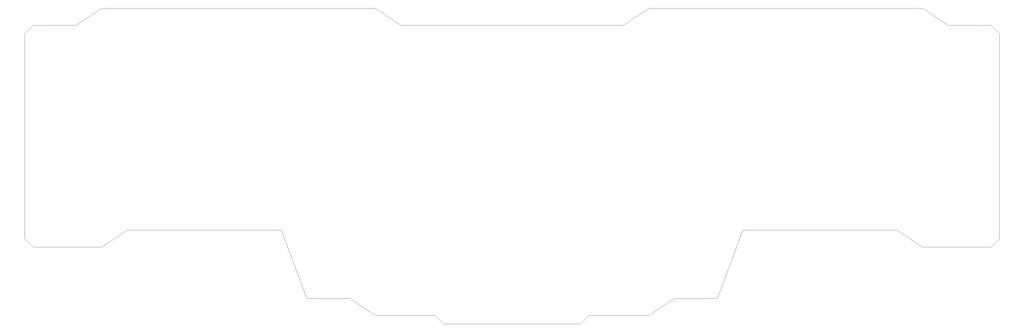
<source format=gm1>
G04 #@! TF.GenerationSoftware,KiCad,Pcbnew,8.0.4*
G04 #@! TF.CreationDate,2024-09-08T18:56:27+09:00*
G04 #@! TF.ProjectId,first_keyboard,66697273-745f-46b6-9579-626f6172642e,rev?*
G04 #@! TF.SameCoordinates,Original*
G04 #@! TF.FileFunction,Profile,NP*
%FSLAX46Y46*%
G04 Gerber Fmt 4.6, Leading zero omitted, Abs format (unit mm)*
G04 Created by KiCad (PCBNEW 8.0.4) date 2024-09-08 18:56:27*
%MOMM*%
%LPD*%
G01*
G04 APERTURE LIST*
G04 #@! TA.AperFunction,Profile*
%ADD10C,0.100000*%
G04 #@! TD*
G04 APERTURE END LIST*
D10*
X323850000Y-116681250D02*
X335756250Y-116681250D01*
X69056250Y-178593750D02*
X88106250Y-178593750D01*
X247650000Y-192881250D02*
X259556250Y-192881250D01*
X221456250Y-200025000D02*
X223837500Y-197643750D01*
X80962500Y-116681250D02*
X69056250Y-116681250D01*
X66675000Y-119062500D02*
X66675000Y-176212500D01*
X266700000Y-173831250D02*
X309562500Y-173831250D01*
X164306250Y-197643750D02*
X180975000Y-197643750D01*
X240506250Y-111918750D02*
X233362500Y-116681250D01*
X95250000Y-173831250D02*
X138112500Y-173831250D01*
X171450000Y-116681250D02*
X164306250Y-111918750D01*
X338137500Y-176212500D02*
X335756250Y-178593750D01*
X309562500Y-173831250D02*
X316706250Y-178593750D01*
X88106250Y-178593750D02*
X95250000Y-173831250D01*
X69056250Y-116681250D02*
X66675000Y-119062500D01*
X316706250Y-111918750D02*
X323850000Y-116681250D01*
X338137500Y-119062500D02*
X338137500Y-176212500D01*
X66675000Y-176212500D02*
X69056250Y-178593750D01*
X138112500Y-173831250D02*
X145256250Y-192881250D01*
X240506250Y-111918750D02*
X316706250Y-111918750D01*
X240506250Y-197643750D02*
X247650000Y-192881250D01*
X183356250Y-200025000D02*
X221456250Y-200025000D01*
X223837500Y-197643750D02*
X240506250Y-197643750D01*
X157162500Y-192881250D02*
X164306250Y-197643750D01*
X145256250Y-192881250D02*
X157162500Y-192881250D01*
X335756250Y-116681250D02*
X338137500Y-119062500D01*
X259556250Y-192881250D02*
X266700000Y-173831250D01*
X80962500Y-116681250D02*
X88106250Y-111918750D01*
X233362500Y-116681250D02*
X171450000Y-116681250D01*
X180975000Y-197643750D02*
X183356250Y-200025000D01*
X335756250Y-178593750D02*
X316706250Y-178593750D01*
X164306250Y-111918750D02*
X88106250Y-111918750D01*
M02*

</source>
